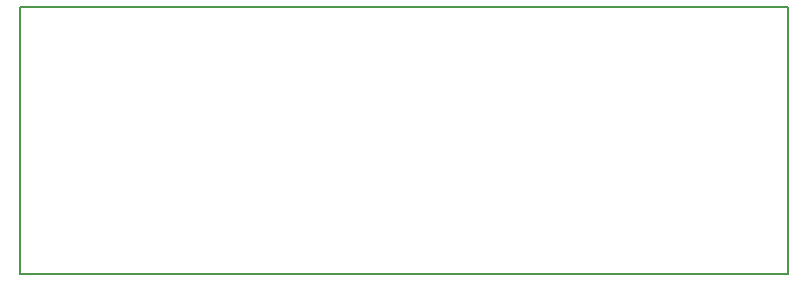
<source format=gbr>
G04 #@! TF.FileFunction,Profile,NP*
%FSLAX46Y46*%
G04 Gerber Fmt 4.6, Leading zero omitted, Abs format (unit mm)*
G04 Created by KiCad (PCBNEW 4.0.7-e2-6376~58~ubuntu16.04.1) date Mon Apr 16 12:32:01 2018*
%MOMM*%
%LPD*%
G01*
G04 APERTURE LIST*
%ADD10C,0.100000*%
%ADD11C,0.150000*%
G04 APERTURE END LIST*
D10*
D11*
X106680000Y-76200000D02*
X106680000Y-53594000D01*
X110236000Y-76200000D02*
X108966000Y-76200000D01*
X171704000Y-76200000D02*
X106680000Y-76200000D01*
X171704000Y-53594000D02*
X171704000Y-76200000D01*
X106680000Y-53594000D02*
X171704000Y-53594000D01*
M02*

</source>
